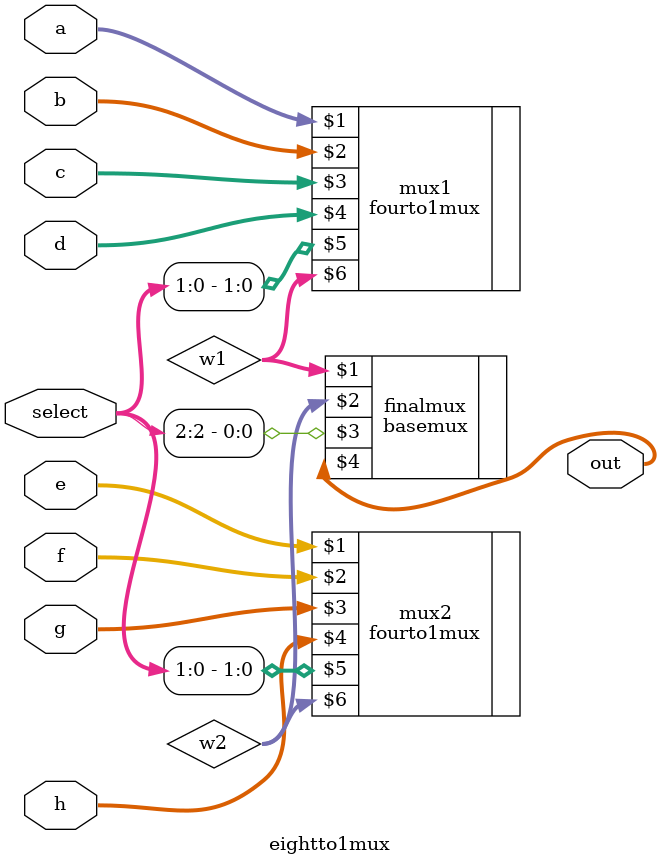
<source format=v>
`include "4to1mux.v"

module eightto1mux(a, b, c, d, e, f, g, h, select, out);
input [2:0] select;
input [31:0] a, b, c, d, e, f, g, h;
output [31:0] out;

wire [31:0] w1;
wire [31:0] w2;

fourto1mux mux1(a, b, c, d, select[1:0], w1);
fourto1mux mux2(e, f, g, h, select[1:0], w2);

basemux finalmux(w1, w2, select[2], out);

endmodule
</source>
